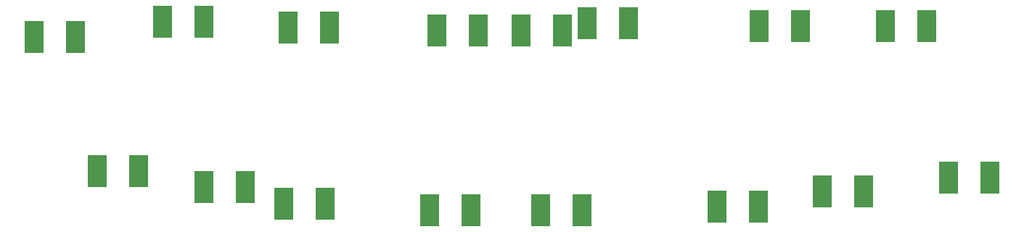
<source format=gtp>
%FSLAX25Y25*%
%MOIN*%
G70*
G01*
G75*
G04 Layer_Color=8421504*
%ADD10R,0.09000X0.15000*%
%ADD11C,0.05000*%
%ADD12C,0.02500*%
%ADD13R,0.46000X0.47000*%
%ADD14R,0.35500X1.86000*%
%ADD15R,0.36000X1.86000*%
%ADD16R,0.37000X1.86000*%
%ADD17R,0.36500X1.86000*%
%ADD18R,0.39000X1.87000*%
%ADD19R,0.37000X1.87000*%
%ADD20R,0.37500X1.87000*%
%ADD21R,0.38000X1.87000*%
%ADD22R,0.15000X1.88000*%
%ADD23O,0.06300X0.05500*%
%ADD24C,0.40000*%
%ADD25R,0.05906X0.05906*%
%ADD26C,0.05906*%
%ADD27C,0.05906*%
%ADD28R,0.10780X1.86811*%
G04:AMPARAMS|DCode=29|XSize=1868.11mil|YSize=107.8mil|CornerRadius=26.95mil|HoleSize=0mil|Usage=FLASHONLY|Rotation=270.000|XOffset=0mil|YOffset=0mil|HoleType=Round|Shape=RoundedRectangle|*
%AMROUNDEDRECTD29*
21,1,1.86811,0.05390,0,0,270.0*
21,1,1.81421,0.10780,0,0,270.0*
1,1,0.05390,-0.02695,-0.90711*
1,1,0.05390,-0.02695,0.90711*
1,1,0.05390,0.02695,0.90711*
1,1,0.05390,0.02695,-0.90711*
%
%ADD29ROUNDEDRECTD29*%
%ADD30C,0.05000*%
%ADD31C,0.01000*%
%ADD32C,0.01500*%
%ADD33R,0.43000X0.45000*%
%ADD34R,0.37500X1.86000*%
%ADD35C,0.00700*%
%ADD36C,0.00787*%
%ADD37C,0.00800*%
D10*
X12500Y371000D02*
D03*
X31500D02*
D03*
X41500Y309500D02*
D03*
X60500D02*
D03*
X71500Y378000D02*
D03*
X90500D02*
D03*
Y302000D02*
D03*
X109500D02*
D03*
X129000Y375500D02*
D03*
X148000D02*
D03*
X127000Y294500D02*
D03*
X146000D02*
D03*
X197500Y374000D02*
D03*
X216500D02*
D03*
X213000Y291500D02*
D03*
X194000D02*
D03*
X255000Y374000D02*
D03*
X236000D02*
D03*
X264000Y291500D02*
D03*
X245000D02*
D03*
X266500Y377500D02*
D03*
X285500D02*
D03*
X326000Y293000D02*
D03*
X345000D02*
D03*
X345500Y376000D02*
D03*
X364500D02*
D03*
X374500Y300000D02*
D03*
X393500D02*
D03*
X403500Y376000D02*
D03*
X422500D02*
D03*
X432500Y306500D02*
D03*
X451500D02*
D03*
M02*

</source>
